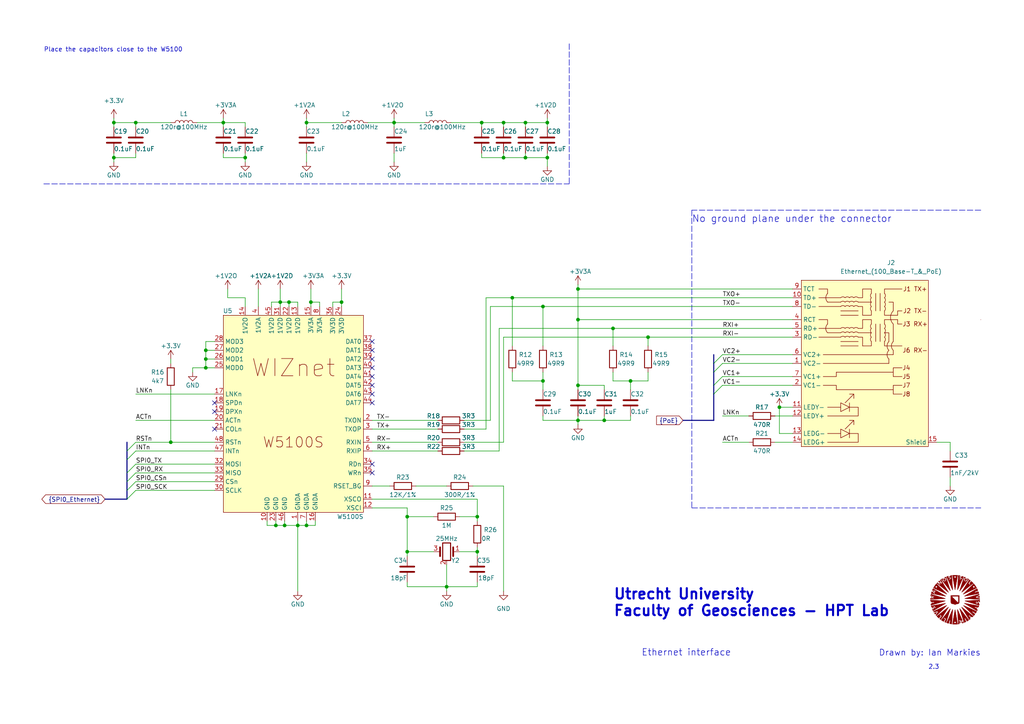
<source format=kicad_sch>
(kicad_sch (version 20211123) (generator eeschema)
  (paper "A4")
  (lib_symbols
    (symbol "+1V2A_1" (power) (in_bom no) (on_board no)
      (property "Value" "+1V2A_1" (at -3.81 3.81 0))
      (symbol "+1V2A_1_1_1"
        (pin power_in line (at 0 0 90) (length 0) hide (name "+1V2A") (number "1"))
      )
    )
    (symbol "+1V2D_1" (power) (in_bom no) (on_board no)
      (property "Value" "+1V2D_1" (at -3.81 3.81 0))
      (symbol "+1V2D_1_1_1"
        (pin power_in line (at 0 0 90) (length 0) hide (name "+1V2D") (number "1"))
      )
    )
    (symbol "+3V3A_1" (power) (in_bom no) (on_board no)
      (property "Value" "+3V3A_1" (at 0 5.08 0))
      (symbol "+3V3A_1_1_1"
        (pin power_in line (at 0 0 90) (length 0) hide (name "+3V3A") (number "1"))
      )
    )
    (symbol "+3V3A_2" (power) (in_bom no) (on_board no)
      (property "Value" "+3V3A_2" (at 0 5.08 0))
      (symbol "+3V3A_2_1_1"
        (pin power_in line (at 0 0 90) (length 0) hide (name "+3V3A") (number "1"))
      )
    )
    (symbol "Device:C" (pin_numbers hide) (pin_names (offset 0.254))
      (property "Reference" "C" (at 0.635 2.54 0))
      (property "Value" "C" (at 0.635 -2.54 0))
      (symbol "C_1_1"
        (pin passive line (at 0 3.81 270) (length 2.794) (name "~") (number "1"))
        (pin passive line (at 0 -3.81 90) (length 2.794) (name "~") (number "2"))
      )
    )
    (symbol "Device:L" (pin_numbers hide) (pin_names (offset 1.016) hide)
      (property "Reference" "L" (at -1.27 0 90))
      (property "Value" "L" (at 1.905 0 90))
      (symbol "L_1_1"
        (pin passive line (at 0 3.81 270) (length 1.27) (name "1") (number "1"))
        (pin passive line (at 0 -3.81 90) (length 1.27) (name "2") (number "2"))
      )
    )
    (symbol "Device:R" (pin_numbers hide) (pin_names (offset 0))
      (property "Reference" "R" (at 2.032 0 90))
      (property "Value" "R" (at 0 0 90))
      (symbol "R_1_1"
        (pin passive line (at 0 3.81 270) (length 1.27) (name "~") (number "1"))
        (pin passive line (at 0 -3.81 90) (length 1.27) (name "~") (number "2"))
      )
    )
    (symbol "HPT:+1V2A" (power) (in_bom no) (on_board no)
      (property "Value" "+1V2A" (at 0 5.08 0))
      (symbol "+1V2A_1_1"
        (pin power_in line (at 0 0 90) (length 0) hide (name "+1V2A") (number "1"))
      )
    )
    (symbol "HPT:+1V2D" (power) (in_bom no) (on_board no)
      (property "Value" "+1V2D" (at 0 5.08 0))
      (symbol "+1V2D_1_1"
        (pin power_in line (at 0 0 90) (length 0) hide (name "+1V2D") (number "1"))
      )
    )
    (symbol "HPT:+1V2O" (power) (in_bom no) (on_board no)
      (property "Value" "+1V2O" (at 0 5.08 0))
      (symbol "+1V2O_1_1"
        (pin power_in line (at 0 0 90) (length 0) hide (name "+1V2O") (number "1"))
      )
    )
    (symbol "HPT:+3V3A" (power) (in_bom no) (on_board no)
      (property "Value" "+3V3A" (at 0 5.08 0))
      (symbol "+3V3A_1_1"
        (pin power_in line (at 0 0 90) (length 0) hide (name "+3V3A") (number "1"))
      )
    )
    (symbol "HPT:Crystal"
      (property "Reference" "U" (at 1.27 6.35 0))
      (property "Value" "Crystal" (at 0 -8.89 0))
      (symbol "Crystal_1_1"
        (pin passive line (at -3.81 0 0) (length 1.27) (name "") (number "1"))
        (pin passive line (at 0 -3.81 90) (length 1.27) (name "") (number "2"))
        (pin passive line (at 3.81 0 180) (length 1.27) (name "") (number "3"))
        (pin passive line (at 0 -3.81 90) (length 1.27) hide (name "") (number "4"))
      )
    )
    (symbol "HPT:Ethernet_(100_Base-T_&_PoE)"
      (property "Reference" "J?" (at -16.51 29.21 0))
      (property "Value" "Ethernet_(100_Base-T_&_PoE)" (at -2.54 -21.59 0))
      (symbol "Ethernet_(100_Base-T_&_PoE)_0_0"
        (text "J1 TX+" (at 15.24 25.4 0) (effects (font (size 1.27 1.27))))
        (text "J2 TX-" (at 15.24 19.05 0) (effects (font (size 1.27 1.27))))
        (text "J3 RX+" (at 15.24 15.24 0) (effects (font (size 1.27 1.27))))
        (text "J4" (at 12.7 2.54 0) (effects (font (size 1.27 1.27))))
        (text "J5" (at 12.7 0 0) (effects (font (size 1.27 1.27))))
        (text "J6 RX-" (at 15.24 7.62 0) (effects (font (size 1.27 1.27))))
        (text "J7" (at 12.7 -2.54 0) (effects (font (size 1.27 1.27))))
        (text "J8" (at 12.7 -5.08 0) (effects (font (size 1.27 1.27))))
      )
      (symbol "Ethernet_(100_Base-T_&_PoE)_1_1"
        (pin output line (at -20.32 3.81 0) (length 2.54) (name "VC2-") (number "1"))
        (pin input line (at -20.32 22.86 0) (length 2.54) (name "TD+") (number "10"))
        (pin input line (at -20.32 -8.89 0) (length 2.54) (name "LEDY-") (number "11"))
        (pin input line (at -20.32 -11.43 0) (length 2.54) (name "LEDY+") (number "12"))
        (pin input line (at -20.32 -16.51 0) (length 2.54) (name "LEDG-") (number "13"))
        (pin input line (at -20.32 -19.05 0) (length 2.54) (name "LEDG+") (number "14"))
        (pin input line (at 21.59 -19.05 180) (length 2.54) (name "Shield") (number "15"))
        (pin input line (at 21.59 -19.05 180) (length 2.54) hide (name "Shield") (number "16"))
        (pin output line (at -20.32 -2.54 0) (length 2.54) (name "VC1-") (number "2"))
        (pin input line (at -20.32 11.43 0) (length 2.54) (name "RD-") (number "3"))
        (pin input line (at -20.32 16.51 0) (length 2.54) (name "RCT") (number "4"))
        (pin input line (at -20.32 13.97 0) (length 2.54) (name "RD+") (number "5"))
        (pin output line (at -20.32 6.35 0) (length 2.54) (name "VC2+") (number "6"))
        (pin output line (at -20.32 0 0) (length 2.54) (name "VC1+") (number "7"))
        (pin input line (at -20.32 20.32 0) (length 2.54) (name "TD-") (number "8"))
        (pin input line (at -20.32 25.4 0) (length 2.54) (name "TCT") (number "9"))
      )
    )
    (symbol "HPT:LOGO" (pin_names (offset 1.016)))
    (symbol "HPT:W5100S"
      (property "Reference" "U" (at -20.32 38.1 0))
      (property "Value" "W5100S" (at 20.32 -22.86 0))
      (symbol "W5100S_0_0"
        (text "W5100S" (at 0 0 0) (effects (font (size 3 3))))
        (text "WIZnet" (at 0 21.59 0) (effects (font (size 5 5))))
      )
      (symbol "W5100S_1_1"
        (pin input line (at -1.27 -22.86 90) (length 2.54) (name "GNDA") (number "1"))
        (pin input line (at 7.62 -22.86 90) (length 2.54) (name "GND") (number "10"))
        (pin input line (at -22.86 -16.51 0) (length 2.54) (name "XSCO") (number "11"))
        (pin input line (at -22.86 -19.05 0) (length 2.54) (name "XSCI") (number "12"))
        (pin input line (at -1.27 39.37 270) (length 2.54) (name "1V2D") (number "13"))
        (pin input line (at 13.97 39.37 270) (length 2.54) (name "1V2O") (number "14"))
        (pin input line (at -5.08 39.37 270) (length 2.54) (name "3V3A") (number "15"))
        (pin input line (at -6.35 -22.86 90) (length 2.54) (name "GNDA") (number "16"))
        (pin bidirectional line (at 22.86 13.97 180) (length 2.54) (name "LNKn") (number "17"))
        (pin bidirectional line (at 22.86 11.43 180) (length 2.54) (name "SPDn") (number "18"))
        (pin bidirectional line (at 22.86 8.89 180) (length 2.54) (name "DPXn") (number "19"))
        (pin input line (at -22.86 6.35 0) (length 2.54) (name "TXON") (number "2"))
        (pin bidirectional line (at 22.86 6.35 180) (length 2.54) (name "ACTn") (number "20"))
        (pin bidirectional line (at 22.86 3.81 180) (length 2.54) (name "COLn") (number "21"))
        (pin input line (at 1.27 39.37 270) (length 2.54) (name "1V2D") (number "22"))
        (pin input line (at 5.08 -22.86 90) (length 2.54) (name "GND") (number "23"))
        (pin input line (at -13.97 39.37 270) (length 2.54) (name "3V3D") (number "24"))
        (pin input line (at 22.86 21.59 180) (length 2.54) (name "MOD0") (number "25"))
        (pin input line (at 22.86 24.13 180) (length 2.54) (name "MOD1") (number "26"))
        (pin input line (at 22.86 26.67 180) (length 2.54) (name "MOD2") (number "27"))
        (pin input line (at 22.86 29.21 180) (length 2.54) (name "MOD3") (number "28"))
        (pin bidirectional line (at 22.86 -11.43 180) (length 2.54) (name "CSn") (number "29"))
        (pin input line (at -22.86 3.81 0) (length 2.54) (name "TXOP") (number "3"))
        (pin bidirectional line (at 22.86 -13.97 180) (length 2.54) (name "SCLK") (number "30"))
        (pin input line (at 3.81 39.37 270) (length 2.54) (name "1V2D") (number "31"))
        (pin bidirectional line (at 22.86 -6.35 180) (length 2.54) (name "MOSI") (number "32"))
        (pin bidirectional line (at 22.86 -8.89 180) (length 2.54) (name "MISO") (number "33"))
        (pin input line (at -22.86 -6.35 0) (length 2.54) (name "RDn") (number "34"))
        (pin input line (at -22.86 -8.89 0) (length 2.54) (name "WRn") (number "35"))
        (pin input line (at -11.43 39.37 270) (length 2.54) (name "3V3D") (number "36"))
        (pin input line (at -22.86 29.21 0) (length 2.54) (name "DAT0") (number "37"))
        (pin input line (at -22.86 26.67 0) (length 2.54) (name "DAT1") (number "38"))
        (pin input line (at -22.86 24.13 0) (length 2.54) (name "DAT2") (number "39"))
        (pin input line (at 10.16 39.37 270) (length 2.54) (name "1V2A") (number "4"))
        (pin input line (at -22.86 21.59 0) (length 2.54) (name "DAT3") (number "40"))
        (pin input line (at -22.86 19.05 0) (length 2.54) (name "DAT4") (number "41"))
        (pin input line (at -22.86 16.51 0) (length 2.54) (name "DAT5") (number "42"))
        (pin input line (at -22.86 13.97 0) (length 2.54) (name "DAT6") (number "43"))
        (pin input line (at -22.86 11.43 0) (length 2.54) (name "DAT7") (number "44"))
        (pin input line (at 6.35 39.37 270) (length 2.54) (name "1V2D") (number "45"))
        (pin input line (at 2.54 -22.86 90) (length 2.54) (name "GND") (number "46"))
        (pin bidirectional line (at 22.86 -2.54 180) (length 2.54) (name "INTn") (number "47"))
        (pin bidirectional line (at 22.86 0 180) (length 2.54) (name "RSTn") (number "48"))
        (pin input line (at -22.86 0 0) (length 2.54) (name "RXIN") (number "5"))
        (pin input line (at -22.86 -2.54 0) (length 2.54) (name "RXIP") (number "6"))
        (pin input line (at -3.81 -22.86 90) (length 2.54) (name "GNDA") (number "7"))
        (pin input line (at -7.62 39.37 270) (length 2.54) (name "3V3A") (number "8"))
        (pin input line (at -22.86 -12.7 0) (length 2.54) (name "RSET_BG") (number "9"))
      )
    )
    (symbol "power:+3.3V" (power) (pin_names (offset 0))
      (property "Value" "+3.3V" (at 0 3.556 0))
      (symbol "+3.3V_1_1"
        (pin power_in line (at 0 0 90) (length 0) hide (name "+3.3V") (number "1"))
      )
    )
    (symbol "power:GND" (power) (pin_names (offset 0))
      (property "Value" "GND" (at 0 -3.81 0))
      (symbol "GND_1_1"
        (pin power_in line (at 0 0 270) (length 0) hide (name "GND") (number "1"))
      )
    )
  )
  (junction (at 129.54 170.18))
  (junction (at 49.53 128.27))
  (junction (at 33.02 35.56))
  (junction (at 146.05 45.72))
  (junction (at 158.75 35.56))
  (junction (at 152.4 35.56))
  (junction (at 59.69 101.6))
  (junction (at 82.55 152.4))
  (junction (at 139.7 35.56))
  (junction (at 167.64 83.82))
  (junction (at 175.26 121.92))
  (junction (at 138.43 149.86))
  (junction (at 167.64 92.71))
  (junction (at 39.37 35.56))
  (junction (at 64.77 35.56))
  (junction (at 157.48 110.49))
  (junction (at 99.06 87.63))
  (junction (at 158.75 45.72))
  (junction (at 182.88 110.49))
  (junction (at 80.01 152.4))
  (junction (at 83.82 87.63))
  (junction (at 138.43 160.02))
  (junction (at 114.3 35.56))
  (junction (at 226.06 118.11))
  (junction (at 146.05 35.56))
  (junction (at 148.59 86.36))
  (junction (at 88.9 152.4))
  (junction (at 177.8 95.25))
  (junction (at 86.36 152.4))
  (junction (at 88.9 35.56))
  (junction (at 90.17 87.63))
  (junction (at 71.12 45.72))
  (junction (at 59.69 106.68))
  (junction (at 167.64 111.76))
  (junction (at 152.4 45.72))
  (junction (at 157.48 88.9))
  (junction (at 118.11 149.86))
  (junction (at 81.28 87.63))
  (junction (at 118.11 160.02))
  (junction (at 167.64 121.92))
  (junction (at 59.69 104.14))
  (junction (at 33.02 45.72))
  (junction (at 187.96 97.79))
  (no_connect (at 107.95 137.16))
  (no_connect (at 107.95 134.62))
  (no_connect (at 62.23 116.84))
  (no_connect (at 62.23 124.46))
  (no_connect (at 62.23 119.38))
  (no_connect (at 107.95 109.22))
  (no_connect (at 107.95 106.68))
  (no_connect (at 107.95 111.76))
  (no_connect (at 107.95 114.3))
  (no_connect (at 107.95 116.84))
  (no_connect (at 107.95 104.14))
  (no_connect (at 107.95 101.6))
  (no_connect (at 107.95 99.06))
  (bus_entry (at 36.83 142.24) (size 2.54 -2.54))
  (bus_entry (at 36.83 130.81) (size 2.54 -2.54))
  (bus_entry (at 209.55 109.22) (size -2.54 2.54))
  (bus_entry (at 209.55 105.41) (size -2.54 2.54))
  (bus_entry (at 209.55 102.87) (size -2.54 2.54))
  (bus_entry (at 36.83 139.7) (size 2.54 -2.54))
  (bus_entry (at 36.83 133.35) (size 2.54 -2.54))
  (bus_entry (at 36.83 144.78) (size 2.54 -2.54))
  (bus_entry (at 209.55 111.76) (size -2.54 2.54))
  (bus_entry (at 36.83 137.16) (size 2.54 -2.54))
  (wire (pts (xy 224.79 120.65) (xy 229.87 120.65)))
  (wire (pts (xy 39.37 137.16) (xy 62.23 137.16)))
  (wire (pts (xy 138.43 170.18) (xy 129.54 170.18)))
  (wire (pts (xy 99.06 83.82) (xy 99.06 87.63)))
  (wire (pts (xy 106.68 35.56) (xy 114.3 35.56)))
  (wire (pts (xy 82.55 152.4) (xy 86.36 152.4)))
  (wire (pts (xy 114.3 35.56) (xy 114.3 36.83)))
  (wire (pts (xy 182.88 110.49) (xy 182.88 113.03)))
  (wire (pts (xy 64.77 35.56) (xy 64.77 36.83)))
  (wire (pts (xy 138.43 170.18) (xy 138.43 168.91)))
  (wire (pts (xy 139.7 35.56) (xy 146.05 35.56)))
  (wire (pts (xy 33.02 45.72) (xy 33.02 44.45)))
  (wire (pts (xy 158.75 45.72) (xy 158.75 48.26)))
  (wire (pts (xy 33.02 35.56) (xy 33.02 36.83)))
  (wire (pts (xy 49.53 113.03) (xy 49.53 128.27)))
  (wire (pts (xy 129.54 170.18) (xy 118.11 170.18)))
  (wire (pts (xy 107.95 147.32) (xy 118.11 147.32)))
  (wire (pts (xy 157.48 120.65) (xy 157.48 121.92)))
  (wire (pts (xy 71.12 45.72) (xy 71.12 46.99)))
  (wire (pts (xy 62.23 99.06) (xy 59.69 99.06)))
  (wire (pts (xy 137.16 140.97) (xy 146.05 140.97)))
  (wire (pts (xy 114.3 35.56) (xy 123.19 35.56)))
  (bus (pts (xy 36.83 137.16) (xy 36.83 139.7)))
  (wire (pts (xy 114.3 46.99) (xy 114.3 44.45)))
  (wire (pts (xy 49.53 105.41) (xy 49.53 104.14)))
  (wire (pts (xy 88.9 151.13) (xy 88.9 152.4)))
  (wire (pts (xy 96.52 87.63) (xy 96.52 88.9)))
  (wire (pts (xy 167.64 92.71) (xy 229.87 92.71)))
  (wire (pts (xy 92.71 87.63) (xy 92.71 88.9)))
  (wire (pts (xy 118.11 149.86) (xy 118.11 160.02)))
  (wire (pts (xy 134.62 121.92) (xy 142.24 121.92)))
  (bus (pts (xy 36.83 142.24) (xy 36.83 144.78)))
  (wire (pts (xy 167.64 111.76) (xy 167.64 113.03)))
  (wire (pts (xy 88.9 34.29) (xy 88.9 35.56)))
  (wire (pts (xy 138.43 149.86) (xy 133.35 149.86)))
  (wire (pts (xy 81.28 87.63) (xy 78.74 87.63)))
  (wire (pts (xy 144.78 130.81) (xy 144.78 95.25)))
  (wire (pts (xy 157.48 107.95) (xy 157.48 110.49)))
  (polyline (pts (xy 200.66 147.32) (xy 284.48 147.32)))
  (wire (pts (xy 187.96 97.79) (xy 229.87 97.79)))
  (wire (pts (xy 107.95 140.97) (xy 113.03 140.97)))
  (wire (pts (xy 64.77 34.29) (xy 64.77 35.56)))
  (wire (pts (xy 139.7 45.72) (xy 146.05 45.72)))
  (wire (pts (xy 39.37 45.72) (xy 39.37 44.45)))
  (wire (pts (xy 146.05 35.56) (xy 152.4 35.56)))
  (polyline (pts (xy 12.7 53.34) (xy 165.1 53.34)))
  (bus (pts (xy 36.83 133.35) (xy 36.83 137.16)))
  (wire (pts (xy 71.12 45.72) (xy 71.12 44.45)))
  (wire (pts (xy 209.55 111.76) (xy 229.87 111.76)))
  (wire (pts (xy 90.17 83.82) (xy 90.17 87.63)))
  (wire (pts (xy 77.47 152.4) (xy 80.01 152.4)))
  (wire (pts (xy 64.77 35.56) (xy 71.12 35.56)))
  (polyline (pts (xy 165.1 12.7) (xy 165.1 53.34)))
  (wire (pts (xy 127 128.27) (xy 107.95 128.27)))
  (wire (pts (xy 78.74 87.63) (xy 78.74 88.9)))
  (bus (pts (xy 207.01 107.95) (xy 207.01 111.76)))
  (wire (pts (xy 33.02 45.72) (xy 39.37 45.72)))
  (wire (pts (xy 114.3 34.29) (xy 114.3 35.56)))
  (wire (pts (xy 125.73 149.86) (xy 118.11 149.86)))
  (wire (pts (xy 146.05 97.79) (xy 187.96 97.79)))
  (wire (pts (xy 138.43 151.13) (xy 138.43 149.86)))
  (wire (pts (xy 175.26 120.65) (xy 175.26 121.92)))
  (wire (pts (xy 71.12 35.56) (xy 71.12 36.83)))
  (wire (pts (xy 144.78 95.25) (xy 177.8 95.25)))
  (wire (pts (xy 134.62 128.27) (xy 146.05 128.27)))
  (wire (pts (xy 224.79 128.27) (xy 229.87 128.27)))
  (wire (pts (xy 74.93 83.82) (xy 74.93 88.9)))
  (wire (pts (xy 62.23 104.14) (xy 59.69 104.14)))
  (wire (pts (xy 59.69 104.14) (xy 59.69 101.6)))
  (bus (pts (xy 207.01 111.76) (xy 207.01 114.3)))
  (wire (pts (xy 139.7 45.72) (xy 139.7 44.45)))
  (bus (pts (xy 36.83 128.27) (xy 36.83 130.81)))
  (wire (pts (xy 146.05 45.72) (xy 146.05 44.45)))
  (wire (pts (xy 134.62 124.46) (xy 140.97 124.46)))
  (wire (pts (xy 59.69 106.68) (xy 55.88 106.68)))
  (wire (pts (xy 55.88 106.68) (xy 55.88 107.95)))
  (wire (pts (xy 88.9 44.45) (xy 88.9 46.99)))
  (wire (pts (xy 148.59 86.36) (xy 229.87 86.36)))
  (wire (pts (xy 158.75 45.72) (xy 158.75 44.45)))
  (wire (pts (xy 138.43 158.75) (xy 138.43 160.02)))
  (wire (pts (xy 158.75 35.56) (xy 158.75 36.83)))
  (wire (pts (xy 86.36 87.63) (xy 83.82 87.63)))
  (wire (pts (xy 39.37 128.27) (xy 49.53 128.27)))
  (wire (pts (xy 90.17 87.63) (xy 90.17 88.9)))
  (wire (pts (xy 134.62 130.81) (xy 144.78 130.81)))
  (wire (pts (xy 138.43 144.78) (xy 138.43 149.86)))
  (wire (pts (xy 167.64 121.92) (xy 175.26 121.92)))
  (wire (pts (xy 157.48 121.92) (xy 167.64 121.92)))
  (wire (pts (xy 209.55 109.22) (xy 229.87 109.22)))
  (wire (pts (xy 83.82 87.63) (xy 83.82 88.9)))
  (wire (pts (xy 80.01 152.4) (xy 82.55 152.4)))
  (wire (pts (xy 152.4 35.56) (xy 158.75 35.56)))
  (bus (pts (xy 36.83 130.81) (xy 36.83 133.35)))
  (wire (pts (xy 167.64 92.71) (xy 167.64 111.76)))
  (bus (pts (xy 198.12 121.92) (xy 207.01 121.92)))
  (wire (pts (xy 64.77 45.72) (xy 71.12 45.72)))
  (wire (pts (xy 39.37 121.92) (xy 62.23 121.92)))
  (wire (pts (xy 118.11 170.18) (xy 118.11 168.91)))
  (bus (pts (xy 36.83 139.7) (xy 36.83 142.24)))
  (wire (pts (xy 142.24 88.9) (xy 142.24 121.92)))
  (wire (pts (xy 148.59 110.49) (xy 157.48 110.49)))
  (wire (pts (xy 57.15 35.56) (xy 64.77 35.56)))
  (wire (pts (xy 81.28 87.63) (xy 81.28 88.9)))
  (wire (pts (xy 118.11 160.02) (xy 118.11 161.29)))
  (wire (pts (xy 88.9 35.56) (xy 99.06 35.56)))
  (wire (pts (xy 86.36 151.13) (xy 86.36 152.4)))
  (wire (pts (xy 62.23 106.68) (xy 59.69 106.68)))
  (wire (pts (xy 127 130.81) (xy 107.95 130.81)))
  (wire (pts (xy 229.87 118.11) (xy 226.06 118.11)))
  (wire (pts (xy 120.65 140.97) (xy 129.54 140.97)))
  (polyline (pts (xy 284.48 60.96) (xy 200.66 60.96)))
  (wire (pts (xy 81.28 83.82) (xy 81.28 87.63)))
  (wire (pts (xy 49.53 128.27) (xy 62.23 128.27)))
  (wire (pts (xy 133.35 160.02) (xy 138.43 160.02)))
  (bus (pts (xy 30.48 144.78) (xy 36.83 144.78)))
  (wire (pts (xy 107.95 144.78) (xy 138.43 144.78)))
  (wire (pts (xy 77.47 151.13) (xy 77.47 152.4)))
  (wire (pts (xy 127 121.92) (xy 107.95 121.92)))
  (wire (pts (xy 118.11 160.02) (xy 125.73 160.02)))
  (wire (pts (xy 33.02 35.56) (xy 33.02 34.29)))
  (wire (pts (xy 39.37 142.24) (xy 62.23 142.24)))
  (wire (pts (xy 86.36 88.9) (xy 86.36 87.63)))
  (wire (pts (xy 148.59 86.36) (xy 148.59 100.33)))
  (wire (pts (xy 209.55 102.87) (xy 229.87 102.87)))
  (wire (pts (xy 39.37 130.81) (xy 62.23 130.81)))
  (wire (pts (xy 209.55 120.65) (xy 217.17 120.65)))
  (wire (pts (xy 33.02 46.99) (xy 33.02 45.72)))
  (wire (pts (xy 157.48 100.33) (xy 157.48 88.9)))
  (wire (pts (xy 139.7 35.56) (xy 139.7 36.83)))
  (wire (pts (xy 71.12 86.36) (xy 71.12 88.9)))
  (wire (pts (xy 99.06 87.63) (xy 96.52 87.63)))
  (wire (pts (xy 177.8 95.25) (xy 229.87 95.25)))
  (wire (pts (xy 182.88 110.49) (xy 187.96 110.49)))
  (wire (pts (xy 64.77 45.72) (xy 64.77 44.45)))
  (wire (pts (xy 39.37 114.3) (xy 62.23 114.3)))
  (wire (pts (xy 118.11 147.32) (xy 118.11 149.86)))
  (wire (pts (xy 86.36 152.4) (xy 88.9 152.4)))
  (wire (pts (xy 157.48 88.9) (xy 229.87 88.9)))
  (wire (pts (xy 39.37 35.56) (xy 39.37 36.83)))
  (wire (pts (xy 39.37 139.7) (xy 62.23 139.7)))
  (wire (pts (xy 175.26 121.92) (xy 182.88 121.92)))
  (wire (pts (xy 66.04 83.82) (xy 66.04 86.36)))
  (wire (pts (xy 59.69 101.6) (xy 59.69 99.06)))
  (wire (pts (xy 167.64 111.76) (xy 175.26 111.76)))
  (wire (pts (xy 142.24 88.9) (xy 157.48 88.9)))
  (wire (pts (xy 91.44 151.13) (xy 91.44 152.4)))
  (wire (pts (xy 167.64 120.65) (xy 167.64 121.92)))
  (wire (pts (xy 148.59 107.95) (xy 148.59 110.49)))
  (wire (pts (xy 146.05 128.27) (xy 146.05 97.79)))
  (polyline (pts (xy 200.66 60.96) (xy 200.66 147.32)))
  (wire (pts (xy 39.37 35.56) (xy 33.02 35.56)))
  (wire (pts (xy 138.43 160.02) (xy 138.43 161.29)))
  (wire (pts (xy 99.06 87.63) (xy 99.06 88.9)))
  (wire (pts (xy 187.96 97.79) (xy 187.96 100.33)))
  (wire (pts (xy 146.05 140.97) (xy 146.05 171.45)))
  (wire (pts (xy 146.05 45.72) (xy 152.4 45.72)))
  (wire (pts (xy 177.8 107.95) (xy 177.8 110.49)))
  (wire (pts (xy 90.17 87.63) (xy 92.71 87.63)))
  (wire (pts (xy 129.54 171.45) (xy 129.54 170.18)))
  (wire (pts (xy 140.97 124.46) (xy 140.97 86.36)))
  (wire (pts (xy 129.54 163.83) (xy 129.54 170.18)))
  (wire (pts (xy 146.05 35.56) (xy 146.05 36.83)))
  (wire (pts (xy 86.36 152.4) (xy 86.36 171.45)))
  (wire (pts (xy 167.64 121.92) (xy 167.64 123.19)))
  (wire (pts (xy 152.4 45.72) (xy 158.75 45.72)))
  (wire (pts (xy 88.9 152.4) (xy 91.44 152.4)))
  (wire (pts (xy 182.88 121.92) (xy 182.88 120.65)))
  (wire (pts (xy 167.64 83.82) (xy 167.64 92.71)))
  (wire (pts (xy 177.8 95.25) (xy 177.8 100.33)))
  (wire (pts (xy 167.64 82.55) (xy 167.64 83.82)))
  (wire (pts (xy 152.4 35.56) (xy 152.4 36.83)))
  (wire (pts (xy 157.48 110.49) (xy 157.48 113.03)))
  (wire (pts (xy 271.78 128.27) (xy 275.59 128.27)))
  (wire (pts (xy 158.75 34.29) (xy 158.75 35.56)))
  (bus (pts (xy 207.01 105.41) (xy 207.01 107.95)))
  (wire (pts (xy 59.69 106.68) (xy 59.69 104.14)))
  (wire (pts (xy 81.28 87.63) (xy 83.82 87.63)))
  (wire (pts (xy 127 124.46) (xy 107.95 124.46)))
  (wire (pts (xy 275.59 140.97) (xy 275.59 138.43)))
  (wire (pts (xy 62.23 101.6) (xy 59.69 101.6)))
  (wire (pts (xy 226.06 125.73) (xy 226.06 118.11)))
  (bus (pts (xy 207.01 114.3) (xy 207.01 121.92)))
  (wire (pts (xy 209.55 105.41) (xy 229.87 105.41)))
  (wire (pts (xy 177.8 110.49) (xy 182.88 110.49)))
  (wire (pts (xy 82.55 151.13) (xy 82.55 152.4)))
  (wire (pts (xy 130.81 35.56) (xy 139.7 35.56)))
  (wire (pts (xy 229.87 125.73) (xy 226.06 125.73)))
  (wire (pts (xy 140.97 86.36) (xy 148.59 86.36)))
  (wire (pts (xy 39.37 134.62) (xy 62.23 134.62)))
  (wire (pts (xy 49.53 35.56) (xy 39.37 35.56)))
  (wire (pts (xy 152.4 45.72) (xy 152.4 44.45)))
  (bus (pts (xy 207.01 102.87) (xy 207.01 105.41)))
  (wire (pts (xy 175.26 113.03) (xy 175.26 111.76)))
  (wire (pts (xy 187.96 107.95) (xy 187.96 110.49)))
  (wire (pts (xy 88.9 35.56) (xy 88.9 36.83)))
  (wire (pts (xy 275.59 128.27) (xy 275.59 130.81)))
  (wire (pts (xy 167.64 83.82) (xy 229.87 83.82)))
  (wire (pts (xy 80.01 151.13) (xy 80.01 152.4)))
  (wire (pts (xy 209.55 128.27) (xy 217.17 128.27)))
  (wire (pts (xy 66.04 86.36) (xy 71.12 86.36)))
  (text "No ground plane under the connector\n" (at 200.66 64.77 0) (effects (font (size 2 2)) (justify left bottom)))
  (text "Ethernet interface" (at 212.09 190.5 180) (effects (font (size 1.905 1.905)) (justify right bottom)))
  (text "Utrecht University\nFaculty of Geosciences - HPT Lab" (at 177.8 179.07 0) (effects (font (size 3 3) (thickness 0.6) bold) (justify left bottom)))
  (text "Drawn by: Ian Markies" (at 284.48 190.5 180) (effects (font (size 1.75 1.75)) (justify right bottom)))
  (text "2.3" (at 269.24 194.31 0) (effects (font (size 1.27 1.27)) (justify left bottom)))
  (text "Place the capacitors close to the W5100" (at 12.7 15.24 0) (effects (font (size 1.27 1.27)) (justify left bottom)))
  (label "TXO-" (at 209.55 88.9 0))
  (label "ACTn" (at 209.55 128.27 0))
  (label "RX+" (at 109.22 130.81 0))
  (label "SPI0_RX" (at 39.37 137.16 0))
  (label "VC2+" (at 209.55 102.87 0))
  (label "RSTn" (at 39.37 128.27 0))
  (label "SPI0_CSn" (at 39.37 139.7 0))
  (label "SPI0_SCK" (at 39.37 142.24 0))
  (label "VC1-" (at 209.55 111.76 0))
  (label "TXO+" (at 209.55 86.36 0))
  (label "TX-" (at 109.22 121.92 0))
  (label "INTn" (at 39.37 130.81 0))
  (label "LNKn" (at 209.55 120.65 0))
  (label "SPI0_TX" (at 39.37 134.62 0))
  (label "LNKn" (at 39.37 114.3 0))
  (label "RX-" (at 109.22 128.27 0))
  (label "ACTn" (at 39.37 121.92 0))
  (label "RXI-" (at 209.55 97.79 0))
  (label "TX+" (at 109.22 124.46 0))
  (label "VC2-" (at 209.55 105.41 0))
  (label "VC1+" (at 209.55 109.22 0))
  (label "RXI+" (at 209.55 95.25 0))
  (global_label "{SPI0_Ethernet}" (shape bidirectional) (at 30.48 144.78 180) (property "Intersheet References" "${INTERSHEET_REFS}" (effects hide)))
  (global_label "{PoE}" (shape input) (at 198.12 121.92 180) (property "Intersheet References" "${INTERSHEET_REFS}" (effects hide)))
  (symbol (lib_id "Device:R") (at 148.59 104.14 180) (unit 1)
    (property "Reference" "R12" (at 152.4 102.87 0))
    (property "Value" "49R9" (at 152.4 105.41 0))
    (property "Footprint" "Resistor_SMD:R_0402_1005Metric" (effects hide))
  )
  (symbol (lib_id "Device:C") (at 175.26 116.84 0) (unit 1)
    (property "Reference" "C31" (at 175.26 114.3 0) (effects (justify left)))
    (property "Value" "1uF" (at 175.26 119.38 0) (effects (justify left)))
    (property "Footprint" "Capacitor_SMD:C_0402_1005Metric" (effects hide))
  )
  (symbol (lib_id "HPT:Crystal") (at 129.54 160.02 0) (mirror y) (unit 1)
    (property "Reference" "Y2" (at 132.08 162.56 0))
    (property "Value" "25MHz" (at 129.54 156.21 0))
    (property "Footprint" "Crystal:Crystal_SMD_Abracon_ABM8G-4Pin_3.2x2.5mm" (effects hide))
  )
  (symbol (lib_id "power:GND") (at 33.02 46.99 0) (unit 1)
    (property "Reference" "#PWR025" (effects hide))
    (property "Value" "GND" (at 33.02 50.8 0))
  )
  (symbol (lib_id "Device:L") (at 53.34 35.56 90) (unit 1)
    (property "Reference" "L1" (at 53.34 33.02 90))
    (property "Value" "120r@100MHz" (at 53.34 36.83 90))
    (property "Footprint" "Inductor_SMD:L_0402_1005Metric" (effects hide))
  )
  (symbol (lib_id "power:GND") (at 275.59 140.97 0) (unit 1)
    (property "Reference" "#PWR035" (effects hide))
    (property "Value" "GND" (at 275.59 144.78 0))
  )
  (symbol (lib_id "HPT:W5100S") (at 85.09 128.27 0) (mirror y) (unit 1)
    (property "Reference" "U5" (at 66.04 90.17 0))
    (property "Value" "W5100S" (at 101.6 149.86 0))
    (property "Footprint" "HPT:LQFP48" (effects hide))
  )
  (symbol (lib_name "+3V3A_1") (lib_id "HPT:+3V3A") (at 90.17 83.82 0) (unit 1) (in_bom no) (on_board no)
    (property "Reference" "#U010" (effects hide))
    (property "Value" "+3V3A" (at 87.63 80.01 0) (effects (justify left)))
  )
  (symbol (lib_id "Device:R") (at 133.35 140.97 270) (mirror x) (unit 1)
    (property "Reference" "R24" (at 133.35 138.43 90))
    (property "Value" "300R/1%" (at 133.35 143.51 90))
    (property "Footprint" "Resistor_SMD:R_0402_1005Metric" (effects hide))
  )
  (symbol (lib_id "HPT:+1V2D") (at 158.75 34.29 0) (unit 1) (in_bom no) (on_board no)
    (property "Reference" "#U08" (effects hide))
    (property "Value" "+1V2D" (at 154.94 30.48 0) (effects (justify left)))
  )
  (symbol (lib_id "Device:R") (at 187.96 104.14 180) (unit 1)
    (property "Reference" "R15" (at 191.77 102.87 0))
    (property "Value" "49R9" (at 191.77 105.41 0))
    (property "Footprint" "Resistor_SMD:R_0402_1005Metric" (effects hide))
  )
  (symbol (lib_id "power:+3.3V") (at 226.06 118.11 0) (unit 1)
    (property "Reference" "#PWR033" (effects hide))
    (property "Value" "+3.3V" (at 226.06 114.3 0))
  )
  (symbol (lib_id "power:GND") (at 129.54 171.45 0) (mirror y) (unit 1)
    (property "Reference" "#PWR037" (effects hide))
    (property "Value" "GND" (at 129.54 175.26 0))
  )
  (symbol (lib_id "HPT:+1V2A") (at 88.9 34.29 0) (unit 1) (in_bom no) (on_board no)
    (property "Reference" "#U06" (effects hide))
    (property "Value" "+1V2A" (at 85.09 30.48 0) (effects (justify left)))
  )
  (symbol (lib_id "Device:C") (at 158.75 40.64 0) (unit 1)
    (property "Reference" "C28" (at 158.75 38.1 0) (effects (justify left)))
    (property "Value" "0.1uF" (at 158.75 43.18 0) (effects (justify left)))
    (property "Footprint" "Capacitor_SMD:C_0402_1005Metric" (effects hide))
  )
  (symbol (lib_id "Device:C") (at 114.3 40.64 0) (unit 1)
    (property "Reference" "C24" (at 114.3 38.1 0) (effects (justify left)))
    (property "Value" "1uF" (at 114.3 43.18 0) (effects (justify left)))
    (property "Footprint" "Capacitor_SMD:C_0402_1005Metric" (effects hide))
  )
  (symbol (lib_id "Device:R") (at 220.98 128.27 270) (unit 1)
    (property "Reference" "R21" (at 220.98 125.73 90))
    (property "Value" "470R" (at 220.98 130.81 90))
    (property "Footprint" "Resistor_SMD:R_0402_1005Metric" (effects hide))
  )
  (symbol (lib_id "Device:C") (at 118.11 165.1 0) (mirror y) (unit 1)
    (property "Reference" "C34" (at 118.11 162.56 0) (effects (justify left)))
    (property "Value" "18pF" (at 118.11 167.64 0) (effects (justify left)))
    (property "Footprint" "Capacitor_SMD:C_0402_1005Metric" (effects hide))
  )
  (symbol (lib_id "power:+3.3V") (at 49.53 104.14 0) (unit 1)
    (property "Reference" "#PWR031" (effects hide))
    (property "Value" "+3.3V" (at 49.53 100.33 0))
  )
  (symbol (lib_id "Device:C") (at 182.88 116.84 0) (unit 1)
    (property "Reference" "C32" (at 182.88 114.3 0) (effects (justify left)))
    (property "Value" "0.1uF" (at 182.88 119.38 0) (effects (justify left)))
    (property "Footprint" "Capacitor_SMD:C_0402_1005Metric" (effects hide))
  )
  (symbol (lib_id "HPT:+1V2O") (at 66.04 83.82 0) (unit 1) (in_bom no) (on_board no)
    (property "Reference" "#PWR012O01" (effects hide))
    (property "Value" "+1V2O" (at 62.23 80.01 0) (effects (justify left)))
  )
  (symbol (lib_id "power:GND") (at 146.05 171.45 0) (unit 1)
    (property "Reference" "#PWR038" (effects hide))
    (property "Value" "GND" (at 146.05 176.53 0))
  )
  (symbol (lib_id "Device:R") (at 157.48 104.14 180) (unit 1)
    (property "Reference" "R13" (at 161.29 102.87 0))
    (property "Value" "49R9" (at 161.29 105.41 0))
    (property "Footprint" "Resistor_SMD:R_0402_1005Metric" (effects hide))
  )
  (symbol (lib_id "Device:C") (at 139.7 40.64 0) (unit 1)
    (property "Reference" "C25" (at 139.7 38.1 0) (effects (justify left)))
    (property "Value" "0.1uF" (at 139.7 43.18 0) (effects (justify left)))
    (property "Footprint" "Capacitor_SMD:C_0402_1005Metric" (effects hide))
  )
  (symbol (lib_id "Device:C") (at 71.12 40.64 0) (unit 1)
    (property "Reference" "C22" (at 71.12 38.1 0) (effects (justify left)))
    (property "Value" "0.1uF" (at 71.12 43.18 0) (effects (justify left)))
    (property "Footprint" "Capacitor_SMD:C_0402_1005Metric" (effects hide))
  )
  (symbol (lib_id "Device:R") (at 138.43 154.94 0) (mirror x) (unit 1)
    (property "Reference" "R26" (at 142.24 153.67 0))
    (property "Value" "0R" (at 140.97 156.21 0))
    (property "Footprint" "Resistor_SMD:R_0402_1005Metric" (effects hide))
  )
  (symbol (lib_id "Device:C") (at 138.43 165.1 0) (mirror y) (unit 1)
    (property "Reference" "C35" (at 142.24 162.56 0) (effects (justify left)))
    (property "Value" "18pF" (at 143.51 167.64 0) (effects (justify left)))
    (property "Footprint" "Capacitor_SMD:C_0402_1005Metric" (effects hide))
  )
  (symbol (lib_id "Device:C") (at 146.05 40.64 0) (unit 1)
    (property "Reference" "C26" (at 146.05 38.1 0) (effects (justify left)))
    (property "Value" "0.1uF" (at 146.05 43.18 0) (effects (justify left)))
    (property "Footprint" "Capacitor_SMD:C_0402_1005Metric" (effects hide))
  )
  (symbol (lib_id "HPT:+1V2O") (at 114.3 34.29 0) (unit 1) (in_bom no) (on_board no)
    (property "Reference" "#U07" (effects hide))
    (property "Value" "+1V2O" (at 110.49 30.48 0) (effects (justify left)))
  )
  (symbol (lib_id "power:GND") (at 114.3 46.99 0) (unit 1)
    (property "Reference" "#PWR028" (effects hide))
    (property "Value" "GND" (at 114.3 50.8 0))
  )
  (symbol (lib_id "Device:L") (at 127 35.56 90) (unit 1)
    (property "Reference" "L3" (at 124.46 33.02 90))
    (property "Value" "120r@100MHz" (at 128.27 36.83 90))
    (property "Footprint" "Inductor_SMD:L_0402_1005Metric" (effects hide))
  )
  (symbol (lib_id "Device:C") (at 39.37 40.64 0) (unit 1)
    (property "Reference" "C20" (at 39.37 38.1 0) (effects (justify left)))
    (property "Value" "0.1uF" (at 39.37 43.18 0) (effects (justify left)))
    (property "Footprint" "Capacitor_SMD:C_0402_1005Metric" (effects hide))
  )
  (symbol (lib_id "power:GND") (at 55.88 107.95 0) (unit 1)
    (property "Reference" "#PWR032" (effects hide))
    (property "Value" "GND" (at 55.88 111.76 0))
  )
  (symbol (lib_id "Device:R") (at 177.8 104.14 180) (unit 1)
    (property "Reference" "R14" (at 181.61 102.87 0))
    (property "Value" "49R9" (at 181.61 105.41 0))
    (property "Footprint" "Resistor_SMD:R_0402_1005Metric" (effects hide))
  )
  (symbol (lib_name "+1V2D_1") (lib_id "HPT:+1V2D") (at 81.28 83.82 0) (mirror y) (unit 1)
    (property "Reference" "#PWR012D01" (effects hide))
    (property "Value" "+1V2D" (at 85.09 80.01 0) (effects (justify left)))
  )
  (symbol (lib_id "Device:R") (at 49.53 109.22 0) (unit 1)
    (property "Reference" "R16" (at 45.72 107.95 0))
    (property "Value" "4k7" (at 45.72 110.49 0))
    (property "Footprint" "Resistor_SMD:R_0402_1005Metric" (effects hide))
  )
  (symbol (lib_id "Device:C") (at 275.59 134.62 0) (unit 1)
    (property "Reference" "C33" (at 276.86 132.08 0) (effects (justify left)))
    (property "Value" "1nF/2kV" (at 275.59 137.16 0) (effects (justify left)))
    (property "Footprint" "Capacitor_SMD:C_1206_3216Metric" (effects hide))
  )
  (symbol (lib_id "power:+3.3V") (at 33.02 34.29 0) (unit 1)
    (property "Reference" "#PWR024" (effects hide))
    (property "Value" "+3.3V" (at 33.02 29.21 0))
  )
  (symbol (lib_id "Device:R") (at 130.81 121.92 270) (mirror x) (unit 1)
    (property "Reference" "R18" (at 125.73 120.65 90))
    (property "Value" "3R3" (at 135.89 120.65 90))
    (property "Footprint" "Resistor_SMD:R_0402_1005Metric" (effects hide))
  )
  (symbol (lib_id "power:GND") (at 71.12 46.99 0) (unit 1)
    (property "Reference" "#PWR026" (effects hide))
    (property "Value" "GND" (at 71.12 50.8 0))
  )
  (symbol (lib_id "power:+3.3V") (at 99.06 83.82 0) (mirror y) (unit 1)
    (property "Reference" "#PWR030" (effects hide))
    (property "Value" "+3.3V" (at 99.06 80.01 0))
  )
  (symbol (lib_id "Device:R") (at 116.84 140.97 270) (mirror x) (unit 1)
    (property "Reference" "R23" (at 116.84 138.43 90))
    (property "Value" "12K/1%" (at 116.84 143.51 90))
    (property "Footprint" "Resistor_SMD:R_0402_1005Metric" (effects hide))
  )
  (symbol (lib_id "Device:R") (at 130.81 130.81 270) (mirror x) (unit 1)
    (property "Reference" "R22" (at 125.73 129.54 90))
    (property "Value" "3R3" (at 135.89 129.54 90))
    (property "Footprint" "Resistor_SMD:R_0402_1005Metric" (effects hide))
  )
  (symbol (lib_id "Device:C") (at 64.77 40.64 0) (unit 1)
    (property "Reference" "C21" (at 64.77 38.1 0) (effects (justify left)))
    (property "Value" "0.1uF" (at 64.77 43.18 0) (effects (justify left)))
    (property "Footprint" "Capacitor_SMD:C_0402_1005Metric" (effects hide))
  )
  (symbol (lib_id "power:GND") (at 167.64 123.19 0) (unit 1)
    (property "Reference" "#PWR034" (effects hide))
    (property "Value" "GND" (at 167.64 127 0))
  )
  (symbol (lib_id "Device:R") (at 129.54 149.86 270) (mirror x) (unit 1)
    (property "Reference" "R25" (at 129.54 147.32 90))
    (property "Value" "1M" (at 129.54 152.4 90))
    (property "Footprint" "Resistor_SMD:R_0402_1005Metric" (effects hide))
  )
  (symbol (lib_id "power:GND") (at 86.36 171.45 0) (mirror y) (unit 1)
    (property "Reference" "#PWR036" (effects hide))
    (property "Value" "GND" (at 86.36 175.26 0))
  )
  (symbol (lib_id "Device:C") (at 152.4 40.64 0) (unit 1)
    (property "Reference" "C27" (at 152.4 38.1 0) (effects (justify left)))
    (property "Value" "0.1uF" (at 152.4 43.18 0) (effects (justify left)))
    (property "Footprint" "Capacitor_SMD:C_0402_1005Metric" (effects hide))
  )
  (symbol (lib_id "Device:C") (at 33.02 40.64 0) (unit 1)
    (property "Reference" "C19" (at 33.02 38.1 0) (effects (justify left)))
    (property "Value" "0.1uF" (at 33.02 43.18 0) (effects (justify left)))
    (property "Footprint" "Capacitor_SMD:C_0402_1005Metric" (effects hide))
  )
  (symbol (lib_id "Device:L") (at 102.87 35.56 90) (unit 1)
    (property "Reference" "L2" (at 100.33 33.02 90))
    (property "Value" "120r@100MHz" (at 102.87 36.83 90))
    (property "Footprint" "Inductor_SMD:L_0402_1005Metric" (effects hide))
  )
  (symbol (lib_id "HPT:Ethernet_(100_Base-T_&_PoE)") (at 250.19 109.22 0) (unit 1)
    (property "Reference" "J2" (at 258.445 76.2 0))
    (property "Value" "Ethernet_(100_Base-T_&_PoE)" (at 258.445 78.74 0))
    (property "Footprint" "HPT:PoE, 10 Pin with LED" (effects hide))
  )
  (symbol (lib_id "power:GND") (at 158.75 48.26 0) (unit 1)
    (property "Reference" "#PWR029" (effects hide))
    (property "Value" "GND" (at 158.75 52.07 0))
  )
  (symbol (lib_id "Device:C") (at 167.64 116.84 0) (unit 1)
    (property "Reference" "C30" (at 167.64 114.3 0) (effects (justify left)))
    (property "Value" "0.1uF" (at 167.64 119.38 0) (effects (justify left)))
    (property "Footprint" "Capacitor_SMD:C_0402_1005Metric" (effects hide))
  )
  (symbol (lib_id "Device:R") (at 130.81 124.46 270) (mirror x) (unit 1)
    (property "Reference" "R19" (at 125.73 123.19 90))
    (property "Value" "3R3" (at 135.89 123.19 90))
    (property "Footprint" "Resistor_SMD:R_0402_1005Metric" (effects hide))
  )
  (symbol (lib_id "HPT:LOGO") (at 276.86 173.99 0) (unit 1)
    (property "Reference" "#G3" (effects hide))
    (property "Value" "LOGO" (effects hide))
  )
  (symbol (lib_id "HPT:+3V3A") (at 167.64 82.55 0) (unit 1) (in_bom no) (on_board no)
    (property "Reference" "#U09" (effects hide))
    (property "Value" "+3V3A" (at 165.1 78.74 0) (effects (justify left)))
  )
  (symbol (lib_id "power:GND") (at 88.9 46.99 0) (unit 1)
    (property "Reference" "#PWR027" (effects hide))
    (property "Value" "GND" (at 88.9 50.8 0))
  )
  (symbol (lib_id "Device:C") (at 157.48 116.84 0) (unit 1)
    (property "Reference" "C29" (at 157.48 114.3 0) (effects (justify left)))
    (property "Value" "0.1uF" (at 157.48 119.38 0) (effects (justify left)))
    (property "Footprint" "Capacitor_SMD:C_0402_1005Metric" (effects hide))
  )
  (symbol (lib_id "Device:C") (at 88.9 40.64 0) (unit 1)
    (property "Reference" "C23" (at 88.9 38.1 0) (effects (justify left)))
    (property "Value" "0.1uF" (at 88.9 43.18 0) (effects (justify left)))
    (property "Footprint" "Capacitor_SMD:C_0402_1005Metric" (effects hide))
  )
  (symbol (lib_id "Device:R") (at 130.81 128.27 270) (mirror x) (unit 1)
    (property "Reference" "R20" (at 125.73 127 90))
    (property "Value" "3R3" (at 135.89 127 90))
    (property "Footprint" "Resistor_SMD:R_0402_1005Metric" (effects hide))
  )
  (symbol (lib_name "+3V3A_2") (lib_id "HPT:+3V3A") (at 64.77 34.29 0) (unit 1) (in_bom no) (on_board no)
    (property "Reference" "#U05" (effects hide))
    (property "Value" "+3V3A" (at 62.23 30.48 0) (effects (justify left)))
  )
  (symbol (lib_name "+1V2A_1") (lib_id "HPT:+1V2A") (at 74.93 83.82 0) (mirror y) (unit 1)
    (property "Reference" "#PWR012A01" (effects hide))
    (property "Value" "+1V2A" (at 78.74 80.01 0) (effects (justify left)))
  )
  (symbol (lib_id "Device:R") (at 220.98 120.65 270) (unit 1)
    (property "Reference" "R17" (at 220.98 118.11 90))
    (property "Value" "470R" (at 220.98 123.19 90))
    (property "Footprint" "Resistor_SMD:R_0402_1005Metric" (effects hide))
  )
)
</source>
